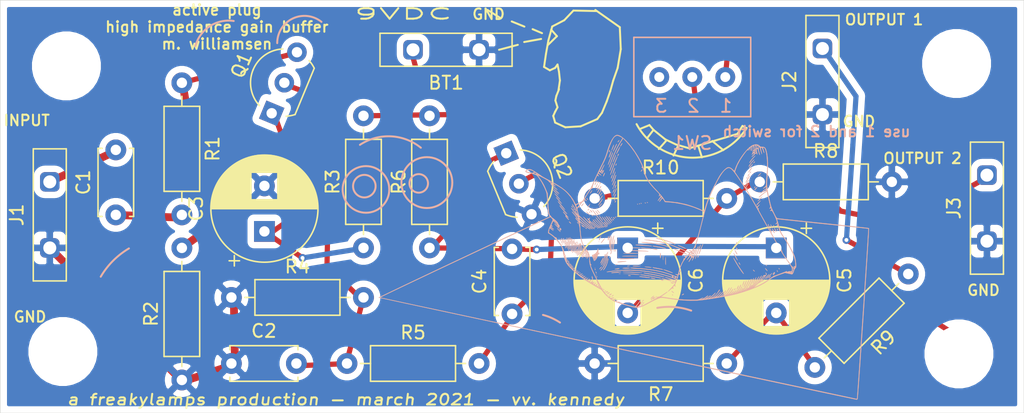
<source format=kicad_pcb>
(kicad_pcb (version 20171130) (host pcbnew "(5.1.4)-1")
  (title_block (rev 1))
  (layers (0 Front signal) (1 In1.Cu signal hide) (2 In2.Cu signal hide) (31 Back signal hide) (34 B.Paste user hide) (35 F.Paste user hide) (36 B.SilkS user hide) (37 F.SilkS user) (38 B.Mask user hide) (39 F.Mask user hide) (44 Edge.Cuts user))
  (net 0 "")
  (net 1 GND)
  (net 2 "Net-(BT1-Pad1)")
  (net 3 "Net-(C1-Pad2)")
  (net 4 "Net-(C1-Pad1)")
  (net 5 "Net-(C2-Pad2)")
  (net 6 "Net-(C3-Pad1)")
  (net 7 "Net-(C4-Pad2)")
  (net 8 "Net-(C4-Pad1)")
  (net 9 "Net-(C5-Pad2)")
  (net 10 "Net-(C6-Pad2)")
  (net 11 "Net-(J2-Pad1)")
  (net 12 "Net-(J3-Pad1)")
  (net 13 "Net-(Q1-Pad3)")
  (net 14 "Net-(R3-Pad2)")
  (module Package_TO_SOT_THT:TO-92_Inline_Wide (layer Front) (at 167.19042 84.15528 292.5)
    (fp_text reference Q2 (at 2.54 -3.56 112.5) (layer F.SilkS))
    (fp_text value 2N5087)
    (pad 1 thru_hole rect (at 0 0 22.5) (size 1.5 1.5) (drill 0.8) (layers *.Cu *.Mask) (net 7 "Net-(C4-Pad2)"))
    (pad 3 thru_hole circle (at 5.08 0 22.5) (size 1.5 1.5) (drill 0.8) (layers *.Cu *.Mask) (net 1 GND))
    (pad 2 thru_hole circle (at 2.54 0 22.5) (size 1.5 1.5) (drill 0.8) (layers *.Cu *.Mask) (net 8 "Net-(C4-Pad1)"))
  )
  (module Package_TO_SOT_THT:TO-92L_Inline_Wide (layer Front) (at 149.1488 81.08188 67.5)
    (fp_text reference Q1 (at 2.54 -3.56 67.5) (layer F.SilkS))
    (fp_text value NTE457)
    (pad 1 thru_hole rect (at 0 0 157.5) (size 1.5 1.5) (drill 0.8) (layers *.Cu *.Mask) (net 6 "Net-(C3-Pad1)"))
    (pad 3 thru_hole circle (at 5.08 0 157.5) (size 1.5 1.5) (drill 0.8) (layers *.Cu *.Mask) (net 13 "Net-(Q1-Pad3)"))
    (pad 2 thru_hole circle (at 2.54 0 157.5) (size 1.5 1.5) (drill 0.8) (layers *.Cu *.Mask) (net 5 "Net-(C2-Pad2)"))
  )
  (module william_custom:cloth (layer Back) (at 177.33264 90.20302 180)
    (fp_text reference G*** hide)
    (fp_text value LOGO hide)
  )
  (module MountingHole:MountingHole_4.3mm_M4 (layer Front) (at 201.83094 77.25664)
    (fp_text reference REF** hide)
    (fp_text value MountingHole_4.3mm_M4)
    (pad 1 np_thru_hole circle (at 0 0) (size 4.3 4.3) (drill 4.3) (layers *.Cu *.Mask))
  )
  (module william_custom:2_pin_wire_in (layer Front) (at 191.51346 78.64094 270)
    (fp_text reference J2 (at 0 2.54 90) (layer F.SilkS))
    (fp_text value Conn_01x02)
    (pad 2 thru_hole roundrect (at 2.54 0 270) (size 1.5 1.5) (drill 1) (layers *.Cu *.Mask) (net 1 GND))
    (pad 1 thru_hole roundrect (at -2.54 0 270) (size 1.5 1.5) (drill 1) (layers *.Cu *.Mask) (net 11 "Net-(J2-Pad1)"))
  )
  (module MountingHole:MountingHole_4.3mm_M4 (layer Front) (at 133.36016 77.43952)
    (fp_text reference REF** hide)
    (fp_text value MountingHole_4.3mm_M4)
    (pad 1 np_thru_hole circle (at 0 0) (size 4.3 4.3) (drill 4.3) (layers *.Cu *.Mask))
  )
  (module MountingHole:MountingHole_4.3mm_M4 (layer Front) (at 133.08584 99.41052)
    (fp_text reference REF** hide)
    (fp_text value MountingHole_4.3mm_M4)
    (pad 1 np_thru_hole circle (at 0 0) (size 4.3 4.3) (drill 4.3) (layers *.Cu *.Mask))
  )
  (module MountingHole:MountingHole_4.3mm_M4 (layer Front) (at 202.01128 99.5934)
    (fp_text reference REF** hide)
    (fp_text value MountingHole_4.3mm_M4)
    (pad 1 np_thru_hole circle (at 0 0) (size 4.3 4.3) (drill 4.3) (layers *.Cu *.Mask))
  )
  (module william_custom:2_pin_wire_in (layer Front) (at 162.56 76.2)
    (fp_text reference BT1 (at 0 2.54) (layer F.SilkS))
    (fp_text value 9VDC)
    (pad 2 thru_hole roundrect (at 2.54 0) (size 1.5 1.5) (drill 1) (layers *.Cu *.Mask) (net 1 GND))
    (pad 1 thru_hole roundrect (at -2.54 0) (size 1.5 1.5) (drill 1) (layers *.Cu *.Mask) (net 2 "Net-(BT1-Pad1)"))
  )
  (module william_custom:SPST_10TC605 (layer Back) (at 181.61 78.74 180)
    (fp_text reference SW1 (at 0.109954 -4.63712) (layer B.SilkS) (effects (justify mirror)))
    (fp_text value SW_SPST)
    (fp_text user 3 (at 2.5138 -1.776) (layer B.SilkS) (effects (justify mirror)))
    (fp_text user 2 (at 0.0373 -1.776) (layer B.SilkS) (effects (justify mirror)))
    (fp_text user 1 (at -2.4773 -1.776) (layer B.SilkS) (effects (justify mirror)))
    (pad 3 thru_hole circle (at 2.649954 0.44288 180) (size 1.524 1.524) (drill 0.762) (layers *.Cu *.Mask))
    (pad 1 thru_hole circle (at -2.430046 0.44288 180) (size 1.524 1.524) (drill 0.762) (layers *.Cu *.Mask) (net 2 "Net-(BT1-Pad1)"))
    (pad 2 thru_hole circle (at 0.109954 0.44288 180) (size 1.524 1.524) (drill 0.762) (layers *.Cu *.Mask) (net 14 "Net-(R3-Pad2)"))
  )
  (module Resistor_THT:R_Axial_DIN0207_L6.3mm_D2.5mm_P10.16mm_Horizontal (layer Front) (at 173.99 87.63)
    (fp_text reference R10 (at 5.08 -2.37) (layer F.SilkS))
    (fp_text value 1K5)
    (pad 2 thru_hole oval (at 10.16 0) (size 1.6 1.6) (drill 0.8) (layers *.Cu *.Mask) (net 10 "Net-(C6-Pad2)"))
    (pad 1 thru_hole circle (at 0 0) (size 1.6 1.6) (drill 0.8) (layers *.Cu *.Mask) (net 12 "Net-(J3-Pad1)"))
  )
  (module Resistor_THT:R_Axial_DIN0207_L6.3mm_D2.5mm_P10.16mm_Horizontal (layer Front) (at 198.11238 93.4466 225)
    (fp_text reference R9 (at 5.08 -2.37 45) (layer F.SilkS))
    (fp_text value 1K5)
    (pad 2 thru_hole oval (at 10.16 0 225) (size 1.6 1.6) (drill 0.8) (layers *.Cu *.Mask) (net 9 "Net-(C5-Pad2)"))
    (pad 1 thru_hole circle (at 0 0 225) (size 1.6 1.6) (drill 0.8) (layers *.Cu *.Mask) (net 11 "Net-(J2-Pad1)"))
  )
  (module Resistor_THT:R_Axial_DIN0207_L6.3mm_D2.5mm_P10.16mm_Horizontal (layer Front) (at 186.69 86.36)
    (fp_text reference R8 (at 5.08 -2.37) (layer F.SilkS))
    (fp_text value 82K)
    (pad 2 thru_hole oval (at 10.16 0) (size 1.6 1.6) (drill 0.8) (layers *.Cu *.Mask) (net 1 GND))
    (pad 1 thru_hole circle (at 0 0) (size 1.6 1.6) (drill 0.8) (layers *.Cu *.Mask) (net 10 "Net-(C6-Pad2)"))
  )
  (module Resistor_THT:R_Axial_DIN0207_L6.3mm_D2.5mm_P10.16mm_Horizontal (layer Front) (at 184.15 100.33 180)
    (fp_text reference R7 (at 5.08 -2.37) (layer F.SilkS))
    (fp_text value 82K)
    (pad 2 thru_hole oval (at 10.16 0 180) (size 1.6 1.6) (drill 0.8) (layers *.Cu *.Mask) (net 1 GND))
    (pad 1 thru_hole circle (at 0 0 180) (size 1.6 1.6) (drill 0.8) (layers *.Cu *.Mask) (net 9 "Net-(C5-Pad2)"))
  )
  (module Resistor_THT:R_Axial_DIN0207_L6.3mm_D2.5mm_P10.16mm_Horizontal (layer Front) (at 161.29 91.44 90)
    (fp_text reference R6 (at 5.08 -2.37 90) (layer F.SilkS))
    (fp_text value 5K1)
    (pad 2 thru_hole oval (at 10.16 0 90) (size 1.6 1.6) (drill 0.8) (layers *.Cu *.Mask) (net 14 "Net-(R3-Pad2)"))
    (pad 1 thru_hole circle (at 0 0 90) (size 1.6 1.6) (drill 0.8) (layers *.Cu *.Mask) (net 7 "Net-(C4-Pad2)"))
  )
  (module Resistor_THT:R_Axial_DIN0207_L6.3mm_D2.5mm_P10.16mm_Horizontal (layer Front) (at 154.94 100.33)
    (fp_text reference R5 (at 5.08 -2.37) (layer F.SilkS))
    (fp_text value 470R)
    (pad 2 thru_hole oval (at 10.16 0) (size 1.6 1.6) (drill 0.8) (layers *.Cu *.Mask) (net 8 "Net-(C4-Pad1)"))
    (pad 1 thru_hole circle (at 0 0) (size 1.6 1.6) (drill 0.8) (layers *.Cu *.Mask) (net 5 "Net-(C2-Pad2)"))
  )
  (module Resistor_THT:R_Axial_DIN0207_L6.3mm_D2.5mm_P10.16mm_Horizontal (layer Front) (at 146.05 95.25)
    (fp_text reference R4 (at 5.08 -2.37) (layer F.SilkS))
    (fp_text value 5K1)
    (pad 2 thru_hole oval (at 10.16 0) (size 1.6 1.6) (drill 0.8) (layers *.Cu *.Mask) (net 5 "Net-(C2-Pad2)"))
    (pad 1 thru_hole circle (at 0 0) (size 1.6 1.6) (drill 0.8) (layers *.Cu *.Mask) (net 1 GND))
  )
  (module Resistor_THT:R_Axial_DIN0207_L6.3mm_D2.5mm_P10.16mm_Horizontal (layer Front) (at 156.21 91.44 90)
    (fp_text reference R3 (at 5.08 -2.37 90) (layer F.SilkS))
    (fp_text value 5K1)
    (pad 2 thru_hole oval (at 10.16 0 90) (size 1.6 1.6) (drill 0.8) (layers *.Cu *.Mask) (net 14 "Net-(R3-Pad2)"))
    (pad 1 thru_hole circle (at 0 0 90) (size 1.6 1.6) (drill 0.8) (layers *.Cu *.Mask) (net 6 "Net-(C3-Pad1)"))
  )
  (module Resistor_THT:R_Axial_DIN0207_L6.3mm_D2.5mm_P10.16mm_Horizontal (layer Front) (at 142.24 101.6 90)
    (fp_text reference R2 (at 5.08 -2.37 90) (layer F.SilkS))
    (fp_text value 5M1)
    (pad 2 thru_hole oval (at 10.16 0 90) (size 1.6 1.6) (drill 0.8) (layers *.Cu *.Mask) (net 13 "Net-(Q1-Pad3)"))
    (pad 1 thru_hole circle (at 0 0 90) (size 1.6 1.6) (drill 0.8) (layers *.Cu *.Mask) (net 1 GND))
  )
  (module Resistor_THT:R_Axial_DIN0207_L6.3mm_D2.5mm_P10.16mm_Horizontal (layer Front) (at 142.24 78.74 270)
    (fp_text reference R1 (at 5.08 -2.37 90) (layer F.SilkS))
    (fp_text value 2K2)
    (pad 2 thru_hole oval (at 10.16 0 270) (size 1.6 1.6) (drill 0.8) (layers *.Cu *.Mask) (net 4 "Net-(C1-Pad1)"))
    (pad 1 thru_hole circle (at 0 0 270) (size 1.6 1.6) (drill 0.8) (layers *.Cu *.Mask) (net 13 "Net-(Q1-Pad3)"))
  )
  (module william_custom:2_pin_wire_in (layer Front) (at 204.1652 88.38184 270)
    (fp_text reference J3 (at 0 2.54 90) (layer F.SilkS))
    (fp_text value Conn_01x02)
    (pad 2 thru_hole roundrect (at 2.54 0 270) (size 1.5 1.5) (drill 1) (layers *.Cu *.Mask) (net 1 GND))
    (pad 1 thru_hole roundrect (at -2.54 0 270) (size 1.5 1.5) (drill 1) (layers *.Cu *.Mask) (net 12 "Net-(J3-Pad1)"))
  )
  (module william_custom:2_pin_wire_in (layer Front) (at 132.08 88.9 270)
    (fp_text reference J1 (at 0 2.54 90) (layer F.SilkS))
    (fp_text value Conn_01x02)
    (pad 2 thru_hole roundrect (at 2.54 0 270) (size 1.5 1.5) (drill 1) (layers *.Cu *.Mask) (net 1 GND))
    (pad 1 thru_hole roundrect (at -2.54 0 270) (size 1.5 1.5) (drill 1) (layers *.Cu *.Mask) (net 3 "Net-(C1-Pad2)"))
  )
  (module Capacitor_THT:CP_Radial_D8.0mm_P5.00mm (layer Front) (at 176.53 91.44 270)
    (fp_text reference C6 (at 2.5 -5.25 90) (layer F.SilkS))
    (fp_text value 10uF)
    (pad 2 thru_hole circle (at 5 0 270) (size 1.6 1.6) (drill 0.8) (layers *.Cu *.Mask) (net 10 "Net-(C6-Pad2)"))
    (pad 1 thru_hole rect (at 0 0 270) (size 1.6 1.6) (drill 0.8) (layers *.Cu *.Mask) (net 7 "Net-(C4-Pad2)"))
  )
  (module Capacitor_THT:CP_Radial_D8.0mm_P5.00mm (layer Front) (at 187.96 91.44 270)
    (fp_text reference C5 (at 2.5 -5.25 90) (layer F.SilkS))
    (fp_text value 10uF)
    (pad 2 thru_hole circle (at 5 0 270) (size 1.6 1.6) (drill 0.8) (layers *.Cu *.Mask) (net 9 "Net-(C5-Pad2)"))
    (pad 1 thru_hole rect (at 0 0 270) (size 1.6 1.6) (drill 0.8) (layers *.Cu *.Mask) (net 7 "Net-(C4-Pad2)"))
  )
  (module Capacitor_THT:C_Disc_D5.0mm_W2.5mm_P5.00mm (layer Front) (at 167.64 96.52 90)
    (fp_text reference C4 (at 2.5 -2.5 90) (layer F.SilkS))
    (fp_text value 100pF)
    (pad 2 thru_hole circle (at 5 0 90) (size 1.6 1.6) (drill 0.8) (layers *.Cu *.Mask) (net 7 "Net-(C4-Pad2)"))
    (pad 1 thru_hole circle (at 0 0 90) (size 1.6 1.6) (drill 0.8) (layers *.Cu *.Mask) (net 8 "Net-(C4-Pad1)"))
  )
  (module Capacitor_THT:CP_Radial_D8.0mm_P3.50mm (layer Front) (at 148.59 90.17 90)
    (fp_text reference C3 (at 1.75 -5.25 90) (layer F.SilkS))
    (fp_text value 10uF)
    (pad 2 thru_hole circle (at 3.5 0 90) (size 1.6 1.6) (drill 0.8) (layers *.Cu *.Mask) (net 1 GND))
    (pad 1 thru_hole rect (at 0 0 90) (size 1.6 1.6) (drill 0.8) (layers *.Cu *.Mask) (net 6 "Net-(C3-Pad1)"))
  )
  (module Capacitor_THT:C_Disc_D5.0mm_W2.5mm_P5.00mm (layer Front) (at 146.05 100.33)
    (fp_text reference C2 (at 2.5 -2.5) (layer F.SilkS))
    (fp_text value 100pF)
    (pad 2 thru_hole circle (at 5 0) (size 1.6 1.6) (drill 0.8) (layers *.Cu *.Mask) (net 5 "Net-(C2-Pad2)"))
    (pad 1 thru_hole circle (at 0 0) (size 1.6 1.6) (drill 0.8) (layers *.Cu *.Mask) (net 1 GND))
  )
  (module Capacitor_THT:C_Disc_D5.0mm_W2.5mm_P5.00mm (layer Front) (at 137.16 88.9 90)
    (fp_text reference C1 (at 2.5 -2.5 90) (layer F.SilkS))
    (fp_text value 0.1uF)
    (pad 2 thru_hole circle (at 5 0 90) (size 1.6 1.6) (drill 0.8) (layers *.Cu *.Mask) (net 3 "Net-(C1-Pad2)"))
    (pad 1 thru_hole circle (at 0 0 90) (size 1.6 1.6) (drill 0.8) (layers *.Cu *.Mask) (net 4 "Net-(C1-Pad1)"))
  )
  (gr_line (start 183.03748 83.21802) (end 183.88838 83.91906) (layer F.SilkS) (width 0.1524))
  (gr_line (start 181.97322 83.62696) (end 182.24246 84.47786) (layer F.SilkS) (width 0.1524))
  (gr_line (start 180.43398 83.53044) (end 180.05806 84.33816) (layer F.SilkS) (width 0.1524))
  (gr_line (start 179.49926 83.18754) (end 178.92776 83.8327) (layer F.SilkS) (width 0.1524))
  (gr_line (start 185.36158 82.05724) (end 185.65114 82.24012) (layer F.SilkS) (width 0.1524))
  (gr_line (start 184.97296 82.66938) (end 185.36158 82.05724) (layer F.SilkS) (width 0.1524))
  (gr_line (start 181.27218 83.77936) (end 184.97296 82.66938) (layer F.SilkS) (width 0.1524))
  (gr_line (start 180.2511 83.48726) (end 181.27218 83.77936) (layer F.SilkS) (width 0.1524))
  (gr_line (start 179.42306 83.09102) (end 180.2511 83.48726) (layer F.SilkS) (width 0.1524))
  (gr_line (start 178.52898 82.36966) (end 179.42306 83.09102) (layer F.SilkS) (width 0.1524))
  (gr_line (start 178.51882 82.3595) (end 178.04638 82.97164) (layer F.SilkS) (width 0.1524))
  (gr_line (start 178.2064 81.99374) (end 178.51882 82.3595) (layer F.SilkS) (width 0.1524))
  (gr_line (start 177.54092 82.26298) (end 178.2064 81.99374) (layer F.SilkS) (width 0.1524))
  (gr_arc (start 181.5338 79.59852) (end 177.215801 81.917539) (angle -119.5341125) (layer F.SilkS) (width 0.1524))
  (gr_text GND (at 194.32524 81.71434) (layer F.SilkS) (effects (font (size 0.8128 0.8128) (thickness 0.1524))))
  (gr_text GND (at 203.90358 94.69628) (layer F.SilkS) (effects (font (size 0.8128 0.8128) (thickness 0.1524))))
  (gr_text "OUTPUT 2" (at 199.20712 84.55152) (layer F.SilkS) (effects (font (size 0.8128 0.8128) (thickness 0.1524))))
  (gr_text "OUTPUT 1" (at 196.2531 73.88352) (layer F.SilkS) (effects (font (size 0.8128 0.8128) (thickness 0.1524))))
  (gr_arc (start 141.3129 96.7867) (end 138.168381 91.480641) (angle -28.83004267) (layer B.SilkS) (width 0.1524))
  (gr_arc (start 168.83634 100.98024) (end 171.325539 97.180401) (angle -18.14308995) (layer B.SilkS) (width 0.1524))
  (gr_arc (start 179.71262 101.11232) (end 181.416959 96.263461) (angle -29.45402216) (layer B.SilkS) (width 0.1524))
  (gr_arc (start 151.66848 75.68692) (end 152.976579 74.051161) (angle -128.6489568) (layer B.SilkS) (width 0.1524))
  (gr_arc (start 145.83664 76.6064) (end 146.227799 73.985121) (angle -83.31500131) (layer B.SilkS) (width 0.1524))
  (gr_arc (start 158.127561 86.828114) (end 155.938082 83.510875) (angle 72.29790197) (layer B.SilkS) (width 0.1524))
  (gr_circle (center 161.08426 86.41588) (end 162.58794 87.6681) (layer B.SilkS) (width 0.1524))
  (gr_circle (center 160.45942 86.47684) (end 161.14776 86.6648) (layer B.SilkS) (width 0.1524))
  (gr_circle (center 156.4005 86.94166) (end 157.2768 88.5063) (layer B.SilkS) (width 0.1524))
  (gr_circle (center 156.27604 86.6902) (end 157.02534 87.12708) (layer B.SilkS) (width 0.1524))
  (gr_line (start 207.01 72.39) (end 128.27 72.39) (layer Edge.Cuts) (width 0.0381))
  (gr_text GND (at 165.83152 73.46442) (layer F.SilkS) (effects (font (size 0.8128 0.8128) (thickness 0.1524))))
  (gr_text 9VDC (at 159.26816 73.44156) (layer F.SilkS) (effects (font (size 0.8128 2) (thickness 0.1524))))
  (gr_text GND (at 130.56108 96.74352) (layer F.SilkS) (effects (font (size 0.8128 0.8128) (thickness 0.1524))))
  (gr_text INPUT (at 130.30454 81.6356) (layer F.SilkS) (effects (font (size 0.8128 0.8128) (thickness 0.1524))))
  (gr_line (start 168.08196 75.819) (end 166.6367 76.2) (layer F.SilkS) (width 0.1524))
  (gr_line (start 169.87266 75.36688) (end 168.56964 75.6031) (layer F.SilkS) (width 0.1524))
  (gr_line (start 165.75024 73.13422) (end 166.74338 73.75906) (layer F.SilkS) (width 0.1524))
  (gr_line (start 167.61206 74.02068) (end 168.58742 74.41692) (layer F.SilkS) (width 0.1524))
  (gr_line (start 169.21988 74.61504) (end 169.94378 74.92238) (layer F.SilkS) (width 0.1524))
  (gr_line (start 171.08932 75.15352) (end 170.3959 75.8317) (layer F.SilkS) (width 0.1524))
  (gr_line (start 170.65244 74.65822) (end 171.08932 75.15352) (layer F.SilkS) (width 0.1524))
  (gr_line (start 175.92548 74.46264) (end 174.04334 73.13676) (layer F.SilkS) (width 0.1524))
  (gr_line (start 176.00168 76.15174) (end 175.92548 74.46264) (layer F.SilkS) (width 0.1524))
  (gr_line (start 175.76038 77.597) (end 176.00168 76.15174) (layer F.SilkS) (width 0.1524))
  (gr_line (start 175.41494 78.57744) (end 175.76038 77.597) (layer F.SilkS) (width 0.1524))
  (gr_line (start 175.18888 79.39024) (end 175.41494 78.57744) (layer F.SilkS) (width 0.1524))
  (gr_line (start 174.9171 80.1751) (end 175.18888 79.39024) (layer F.SilkS) (width 0.1524))
  (gr_line (start 174.55388 81.04886) (end 174.9171 80.1751) (layer F.SilkS) (width 0.1524))
  (gr_line (start 174.1932 81.52892) (end 174.55388 81.04886) (layer F.SilkS) (width 0.1524))
  (gr_line (start 172.91304 82.08772) (end 174.1932 81.52892) (layer F.SilkS) (width 0.1524))
  (gr_line (start 171.73702 82.16138) (end 172.91304 82.08772) (layer F.SilkS) (width 0.1524))
  (gr_line (start 170.9547 81.8007) (end 171.73702 82.16138) (layer F.SilkS) (width 0.1524))
  (gr_line (start 170.80484 81.28762) (end 170.9547 81.8007) (layer F.SilkS) (width 0.1524))
  (gr_line (start 170.9547 80.95742) (end 170.80484 81.28762) (layer F.SilkS) (width 0.1524))
  (gr_line (start 171.13504 80.62468) (end 170.9547 80.95742) (layer F.SilkS) (width 0.1524))
  (gr_line (start 170.96994 80.0989) (end 171.13504 80.62468) (layer F.SilkS) (width 0.1524))
  (gr_line (start 171.0436 79.75092) (end 170.96994 80.0989) (layer F.SilkS) (width 0.1524))
  (gr_line (start 171.25442 79.22514) (end 171.0436 79.75092) (layer F.SilkS) (width 0.1524))
  (gr_line (start 171.32046 78.55712) (end 171.21124 79.2988) (layer F.SilkS) (width 0.1524))
  (gr_line (start 171.2468 77.8891) (end 171.32046 78.55712) (layer F.SilkS) (width 0.1524))
  (gr_line (start 171.13504 77.33538) (end 171.2468 77.8891) (layer F.SilkS) (width 0.1524))
  (gr_line (start 170.94962 77.59446) (end 171.13504 77.33538) (layer F.SilkS) (width 0.1524))
  (gr_line (start 170.54322 77.77988) (end 170.94962 77.59446) (layer F.SilkS) (width 0.1524))
  (gr_line (start 170.09872 77.5208) (end 170.54322 77.77988) (layer F.SilkS) (width 0.1524))
  (gr_line (start 170.24604 76.52004) (end 170.09872 77.5208) (layer F.SilkS) (width 0.1524))
  (gr_line (start 170.43146 75.48118) (end 170.24604 76.52004) (layer F.SilkS) (width 0.1524))
  (gr_line (start 170.72864 74.40676) (end 170.43146 75.48118) (layer F.SilkS) (width 0.1524))
  (gr_line (start 171.65574 73.92416) (end 170.72864 74.40676) (layer F.SilkS) (width 0.1524))
  (gr_line (start 172.35932 73.18248) (end 171.65574 73.92416) (layer F.SilkS) (width 0.1524))
  (gr_line (start 174.13732 73.22058) (end 172.35932 73.18248) (layer F.SilkS) (width 0.1524))
  (gr_text "a freakylamps production - march 2021 - vv. kennedy" (at 154.8638 103.10876) (layer F.SilkS) (effects (font (size 0.8128 1) (thickness 0.1524) italic)))
  (gr_text "active plug\nhigh impedance gain buffer\nm. williamsen" (at 144.93494 74.44486) (layer F.SilkS) (effects (font (size 0.8128 0.8128) (thickness 0.1524))))
  (gr_text "use 1 and 2 for switch" (at 191.05118 82.49158) (layer B.SilkS) (effects (font (size 0.8128 0.8128) (thickness 0.1524)) (justify mirror)))
  (gr_line (start 207.01 104.14) (end 207.01 72.39) (layer Edge.Cuts) (width 0.0381))
  (gr_line (start 128.27 104.14) (end 207.01 104.14) (layer Edge.Cuts) (width 0.0381))
  (gr_line (start 128.27 72.39) (end 128.27 104.14) (layer Edge.Cuts) (width 0.0381))
  (segment (start 203.2 99.06) (end 200.4187 97.282) (width 0.4) (layer Front) (net 0))
  (segment (start 132.08 91.44) (end 142.29842 101.72192) (width 0.6) (layer Front) (net 1))
  (segment (start 142.29842 101.72192) (end 146.32686 100.39604) (width 0.6) (layer Front) (net 1))
  (segment (start 146.32686 100.39604) (end 146.22526 94.78772) (width 0.6) (layer Front) (net 1))
  (segment (start 184.040046 78.29712) (end 184.23128 76.3778) (width 0.4) (layer Front) (net 2))
  (segment (start 184.23128 76.3778) (end 171.06392 75.27544) (width 0.4) (layer Front) (net 2))
  (segment (start 171.06392 75.27544) (end 167.3733 78.47838) (width 0.4) (layer Front) (net 2))
  (segment (start 167.3733 78.47838) (end 164.2999 78.96606) (width 0.4) (layer Front) (net 2))
  (segment (start 164.2999 78.96606) (end 160.46196 78.39456) (width 0.4) (layer Front) (net 2))
  (segment (start 160.46196 78.39456) (end 159.88792 76.3143) (width 0.4) (layer Front) (net 2))
  (segment (start 132.08 86.36) (end 136.74344 84.18322) (width 0.6) (layer Front) (net 3))
  (segment (start 137.16 88.9) (end 142.45336 89.1286) (width 0.6) (layer Front) (net 4))
  (segment (start 152.28824 79.66202) (end 152.96896 82.9056) (width 0.4) (layer Front) (net 5))
  (segment (start 152.96896 82.9056) (end 153.47442 89.3445) (width 0.4) (layer Front) (net 5))
  (segment (start 153.47442 89.3445) (end 153.4033 92.81414) (width 0.4) (layer Front) (net 5))
  (segment (start 153.4033 92.81414) (end 156.37764 95.71736) (width 0.4) (layer Front) (net 5))
  (segment (start 156.21 95.25) (end 154.8892 100.34016) (width 0.4) (layer Front) (net 5))
  (segment (start 154.8892 100.34016) (end 150.99284 100.51288) (width 0.4) (layer Front) (net 5))
  (segment (start 152.28824 79.66202) (end 150.23592 78.88732) (width 0.4) (layer Front) (net 5))
  (segment (start 150.21306 83.5914) (end 151.26208 86.1695) (width 0.4) (layer Front) (net 6))
  (segment (start 151.26208 86.1695) (end 150.75154 89.10828) (width 0.4) (layer Front) (net 6))
  (segment (start 150.75154 89.10828) (end 148.52396 90.67038) (width 0.4) (layer Front) (net 6))
  (segment (start 148.59 90.17) (end 151.52116 92.21216) (width 0.4) (layer Front) (net 6))
  (via (at 151.52116 92.21216) (size 0.6) (drill 0.3) (layers Front Back) (net 6))
  (segment (start 151.52116 92.21216) (end 156.01696 91.48826) (width 0.4) (layer Back) (net 6))
  (segment (start 156.01696 91.48826) (end 156.01696 91.54922) (width 0.4) (layer Back) (net 6))
  (segment (start 150.21306 83.5914) (end 149.4155 81.34858) (width 0.4) (layer Front) (net 6))
  (segment (start 161.29 91.44) (end 167.78478 91.5035) (width 0.4) (layer Front) (net 7))
  (segment (start 164.2491 85.59546) (end 164.8079 87.68842) (width 0.4) (layer Front) (net 7))
  (segment (start 164.8079 87.68842) (end 161.46526 91.44254) (width 0.4) (layer Front) (net 7))
  (via (at 169.5323 91.567) (size 0.6) (drill 0.3) (layers Front Back) (net 7))
  (segment (start 167.64 91.52) (end 169.5323 91.567) (width 0.4) (layer Front) (net 7))
  (segment (start 169.5323 91.567) (end 176.5681 91.31046) (width 0.4) (layer Back) (net 7))
  (segment (start 176.5681 91.31046) (end 188.07176 91.34856) (width 0.4) (layer Back) (net 7))
  (segment (start 164.2491 85.59546) (end 167.3225 84.08162) (width 0.4) (layer Front) (net 7))
  (segment (start 165.1 100.33) (end 167.60698 96.72066) (width 0.4) (layer Front) (net 8))
  (segment (start 167.64 96.52) (end 170.55084 93.62186) (width 0.4) (layer Front) (net 8))
  (segment (start 170.55084 93.62186) (end 170.68292 90.26398) (width 0.4) (layer Front) (net 8))
  (segment (start 170.68292 90.26398) (end 171.5389 87.49538) (width 0.4) (layer Front) (net 8))
  (segment (start 171.5389 87.49538) (end 171.50842 85.84184) (width 0.4) (layer Front) (net 8))
  (segment (start 171.50842 85.84184) (end 169.93362 85.51672) (width 0.4) (layer Front) (net 8))
  (segment (start 169.93362 85.51672) (end 168.0845 86.4743) (width 0.4) (layer Front) (net 8))
  (segment (start 184.15 100.33) (end 187.76442 96.34474) (width 0.4) (layer Front) (net 9))
  (segment (start 187.96 96.44) (end 190.94958 100.6221) (width 0.4) (layer Front) (net 9))
  (segment (start 184.15 87.63) (end 186.35218 86.36) (width 0.4) (layer Front) (net 10))
  (segment (start 184.15 87.63) (end 176.61636 96.52254) (width 0.4) (layer Front) (net 10))
  (segment (start 198.11238 93.4466) (end 193.3575 90.8304) (width 0.4) (layer Front) (net 11))
  (via (at 193.3575 90.8304) (size 0.6) (drill 0.3) (layers Front Back) (net 11))
  (segment (start 193.3575 90.8304) (end 193.85534 83.49488) (width 0.4) (layer Back) (net 11))
  (segment (start 193.85534 83.49488) (end 194.0941 79.78394) (width 0.4) (layer Back) (net 11))
  (segment (start 194.0941 79.78394) (end 191.46774 75.96632) (width 0.4) (layer Back) (net 11))
  (segment (start 189.97676 85.74024) (end 188.4807 84.30514) (width 0.4) (layer Front) (net 12))
  (segment (start 188.4807 84.30514) (end 174.09922 87.6935) (width 0.4) (layer Front) (net 12))
  (segment (start 189.97676 85.74024) (end 192.9257 88.6079) (width 0.4) (layer Front) (net 12))
  (segment (start 192.9257 88.6079) (end 196.1642 89.27084) (width 0.4) (layer Front) (net 12))
  (segment (start 196.1642 89.27084) (end 199.49414 88.6079) (width 0.4) (layer Front) (net 12))
  (segment (start 199.49414 88.6079) (end 204.32268 85.9409) (width 0.4) (layer Front) (net 12))
  (segment (start 142.24 91.44) (end 144.01546 90.14968) (width 0.6) (layer Front) (net 13))
  (segment (start 144.01546 90.14968) (end 143.75892 87.21852) (width 0.6) (layer Front) (net 13))
  (segment (start 143.75892 87.21852) (end 142.27302 78.67904) (width 0.6) (layer Front) (net 13))
  (segment (start 142.24 78.74) (end 151.09698 76.42606) (width 0.4) (layer Front) (net 13))
  (segment (start 156.21 81.28) (end 161.65068 81.19872) (width 0.4) (layer Front) (net 14))
  (segment (start 161.65068 81.19872) (end 174.39894 81.07172) (width 0.4) (layer Front) (net 14))
  (segment (start 174.39894 81.07172) (end 175.01108 81.86166) (width 0.4) (layer Front) (net 14))
  (segment (start 175.01108 81.86166) (end 176.63922 82.77606) (width 0.4) (layer Front) (net 14))
  (segment (start 176.63922 82.77606) (end 180.3019 83.2866) (width 0.4) (layer Front) (net 14))
  (segment (start 180.3019 83.2866) (end 181.98084 81.78546) (width 0.4) (layer Front) (net 14))
  (segment (start 181.98084 81.78546) (end 181.57444 78.57998) (width 0.4) (layer Front) (net 14))
  (zone (net 1) (net_name GND) (layer Back) (connect_pads (clearance 0.5)) (min_thickness 0.254) (fill yes (arc_segments 32) (thermal_gap 0.508) (thermal_bridge_width 0.508))
    (polygon (pts (xy 127 71.12) (xy 127 105.41) (xy 208.28 105.41) (xy 208.28 71.12)))
  )
)
</source>
